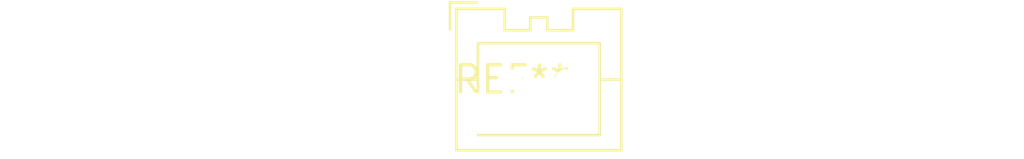
<source format=kicad_pcb>
(kicad_pcb (version 20240108) (generator pcbnew)
  (layers (0 "F.Cu" signal) (31 "B.Cu" signal) (34 "B.Paste" user) (35 "F.Paste" user) (36 "B.SilkS" user "B.Silkscreen") (37 "F.SilkS" user "F.Silkscreen") (38 "B.Mask" user) (39 "F.Mask" user) (44 "Edge.Cuts" user))
  (net 0 "")
  (footprint "JST_XA_B02B-XASK-1-A_1x02_P2.50mm_Vertical" (layer "F.Cu") (at 0 0)
    (property "Reference" "REF**")
    (property "Value" "JST_XA_B02B-XASK-1-A_1x02_P2.50mm_Vertical")
    (fp_line (start -2.91 -3.61) (end -2.91 -2.36) (layer "F.SilkS") (stroke (width 0.12)))
    (fp_line (start -2.61 -3.31) (end -2.61 3.31) (layer "F.SilkS") (stroke (width 0.12)))
    (fp_line (start -2.61 0) (end -1.6 0) (layer "F.SilkS") (stroke (width 0.12)))
    (fp_line (start -2.61 3.31) (end 5.11 3.31) (layer "F.SilkS") (stroke (width 0.12)))
    (fp_line (start -1.66 -3.61) (end -2.91 -3.61) (layer "F.SilkS") (stroke (width 0.12)))
    (fp_line (start -1.6 -1.7) (end 4.1 -1.7) (layer "F.SilkS") (stroke (width 0.12)))
    (fp_line (start -1.6 0.6) (end -1.6 -1.7) (layer "F.SilkS") (stroke (width 0.12)))
    (fp_line (start -0.35 -3.31) (end -2.61 -3.31) (layer "F.SilkS") (stroke (width 0.12)))
    (fp_line (start -0.35 -2.31) (end -0.35 -3.31) (layer "F.SilkS") (stroke (width 0.12)))
    (fp_line (start 0.85 -2.91) (end 0.85 -2.31) (layer "F.SilkS") (stroke (width 0.12)))
    (fp_line (start 0.85 -2.31) (end -0.35 -2.31) (layer "F.SilkS") (stroke (width 0.12)))
    (fp_line (start 1.65 -2.91) (end 0.85 -2.91) (layer "F.SilkS") (stroke (width 0.12)))
    (fp_line (start 1.65 -2.31) (end 1.65 -2.91) (layer "F.SilkS") (stroke (width 0.12)))
    (fp_line (start 2.85 -3.31) (end 2.85 -2.31) (layer "F.SilkS") (stroke (width 0.12)))
    (fp_line (start 2.85 -2.31) (end 1.65 -2.31) (layer "F.SilkS") (stroke (width 0.12)))
    (fp_line (start 4.1 -1.7) (end 4.1 2.6) (layer "F.SilkS") (stroke (width 0.12)))
    (fp_line (start 4.1 2.6) (end -1.6 2.6) (layer "F.SilkS") (stroke (width 0.12)))
    (fp_line (start 5.11 -3.31) (end 2.85 -3.31) (layer "F.SilkS") (stroke (width 0.12)))
    (fp_line (start 5.11 0) (end 4.1 0) (layer "F.SilkS") (stroke (width 0.12)))
    (fp_line (start 5.11 3.31) (end 5.11 -3.31) (layer "F.SilkS") (stroke (width 0.12)))
    (pad "" np_thru_hole circle (at -1.6 1.6) (size 1.25 1.25) (drill 1.25) (layers *.Cu *.Mask))
    (pad "1" thru_hole roundrect (at 0 0) (size 1.7 1.95) (drill 0.95) (layers *.Cu *.Mask) (remove_unused_layers) (roundrect_rratio 0.147059))
    (pad "2" thru_hole oval (at 2.5 0) (size 1.7 1.95) (drill 0.95) (layers *.Cu *.Mask) (remove_unused_layers))
  )
)
</source>
